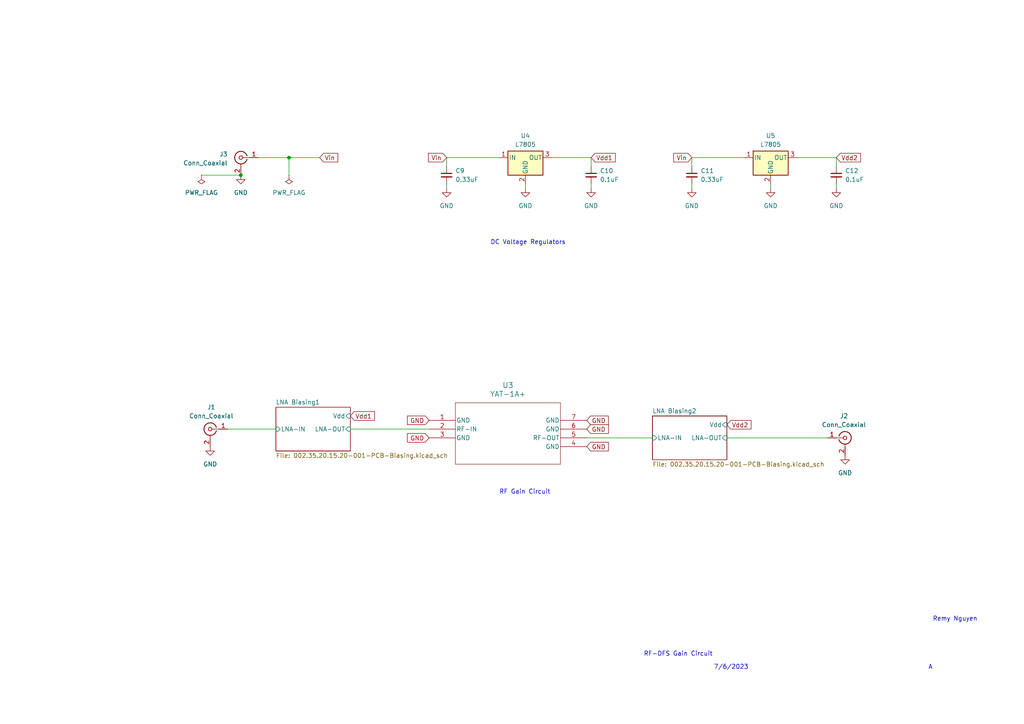
<source format=kicad_sch>
(kicad_sch (version 20230121) (generator eeschema)
  (paper "A4")
  (lib_symbols
    (symbol "Connector:Conn_Coaxial" (pin_names (offset 1.016) hide)
      (property "Reference" "J" (at 0.254 3.048 0))
      (property "Value" "Conn_Coaxial" (at 2.921 0 90))
      (symbol "Conn_Coaxial_0_1"
        (arc (start -1.778 -0.508) (mid 0.2311 -1.8066) (end 1.778 0) (stroke (width 0.254)))
        (polyline (pts (xy -2.54 0) (xy -0.508 0)))
        (polyline (pts (xy 0 -2.54) (xy 0 -1.778)))
        (circle (center 0 0) (radius 0.508) (stroke (width 0.2032)))
        (arc (start 1.778 0) (mid 0.2099 1.8101) (end -1.778 0.508) (stroke (width 0.254)))
      )
      (symbol "Conn_Coaxial_1_1"
        (pin passive line (at -5.08 0 0) (length 2.54) (name "In") (number "1"))
        (pin passive line (at 0 -5.08 90) (length 2.54) (name "Ext") (number "2"))
      )
    )
    (symbol "Device:C_Small" (pin_numbers hide) (pin_names (offset 0.254) hide)
      (property "Reference" "C" (at 0.254 1.778 0))
      (property "Value" "C_Small" (at 0.254 -2.032 0))
      (symbol "C_Small_0_1"
        (polyline (pts (xy -1.524 -0.508) (xy 1.524 -0.508)) (stroke (width 0.3302)))
        (polyline (pts (xy -1.524 0.508) (xy 1.524 0.508)) (stroke (width 0.3048)))
      )
      (symbol "C_Small_1_1"
        (pin passive line (at 0 2.54 270) (length 2.032) (name "~") (number "1"))
        (pin passive line (at 0 -2.54 90) (length 2.032) (name "~") (number "2"))
      )
    )
    (symbol "Regulator_Linear:L7805" (pin_names (offset 0.254))
      (property "Reference" "U" (at -3.81 3.175 0))
      (property "Value" "L7805" (at 0 3.175 0))
      (symbol "L7805_0_1"
        (rectangle (start -5.08 1.905) (end 5.08 -5.08) (stroke (width 0.254)) (fill (type background)))
      )
      (symbol "L7805_1_1"
        (pin power_in line (at -7.62 0 0) (length 2.54) (name "IN") (number "1"))
        (pin power_in line (at 0 -7.62 90) (length 2.54) (name "GND") (number "2"))
        (pin power_out line (at 7.62 0 180) (length 2.54) (name "OUT") (number "3"))
      )
    )
    (symbol "YAT-1A+:YAT-1A+" (pin_names (offset 0.254))
      (property "Reference" "U" (at 22.86 10.16 0))
      (property "Value" "YAT-1A+" (at 22.86 7.62 0))
      (symbol "YAT-1A+_0_1"
        (polyline (pts (xy 7.62 -12.7) (xy 38.1 -12.7)) (stroke (width 0.127)))
        (polyline (pts (xy 7.62 5.08) (xy 7.62 -12.7)) (stroke (width 0.127)))
        (polyline (pts (xy 38.1 -12.7) (xy 38.1 5.08)) (stroke (width 0.127)))
        (polyline (pts (xy 38.1 5.08) (xy 7.62 5.08)) (stroke (width 0.127)))
        (pin input line (at 0 -2.54 0) (length 7.62) (name "RF-IN") (number "2"))
        (pin power_in line (at 45.72 -7.62 180) (length 7.62) (name "GND") (number "4"))
        (pin output line (at 45.72 -5.08 180) (length 7.62) (name "RF-OUT") (number "5"))
        (pin power_in line (at 45.72 -2.54 180) (length 7.62) (name "GND") (number "6"))
        (pin power_in line (at 45.72 0 180) (length 7.62) (name "GND") (number "7"))
      )
      (symbol "YAT-1A+_1_1"
        (pin power_in line (at 0 0 0) (length 7.62) (name "GND") (number "1"))
        (pin power_in line (at 0 -5.08 0) (length 7.62) (name "GND") (number "3"))
      )
    )
    (symbol "power:GND" (power) (pin_names (offset 0))
      (property "Value" "GND" (at 0 -3.81 0))
      (symbol "GND_0_1"
        (polyline (pts (xy 0 0) (xy 0 -1.27) (xy 1.27 -1.27) (xy 0 -2.54) (xy -1.27 -1.27) (xy 0 -1.27)))
      )
      (symbol "GND_1_1"
        (pin power_in line (at 0 0 270) (length 0) hide (name "GND") (number "1"))
      )
    )
    (symbol "power:PWR_FLAG" (power) (pin_numbers hide) (pin_names (offset 0) hide)
      (property "Value" "PWR_FLAG" (at 0 3.81 0))
      (symbol "PWR_FLAG_0_0"
        (pin power_out line (at 0 0 90) (length 0) (name "pwr") (number "1"))
      )
      (symbol "PWR_FLAG_0_1"
        (polyline (pts (xy 0 0) (xy 0 1.27) (xy -1.016 1.905) (xy 0 2.54) (xy 1.016 1.905) (xy 0 1.27)))
      )
    )
  )
  (junction (at 69.85 50.8))
  (junction (at 83.82 45.72))
  (wire (pts (xy 223.52 53.34) (xy 223.52 54.61)))
  (wire (pts (xy 200.66 48.26) (xy 200.66 45.72)))
  (wire (pts (xy 231.14 45.72) (xy 242.57 45.72)))
  (wire (pts (xy 152.4 53.34) (xy 152.4 54.61)))
  (wire (pts (xy 92.71 45.72) (xy 83.82 45.72)))
  (wire (pts (xy 66.04 124.46) (xy 80.01 124.46)))
  (wire (pts (xy 83.82 45.72) (xy 74.93 45.72)))
  (wire (pts (xy 129.54 48.26) (xy 129.54 45.72)))
  (wire (pts (xy 200.66 53.34) (xy 200.66 54.61)))
  (wire (pts (xy 200.66 45.72) (xy 215.9 45.72)))
  (wire (pts (xy 210.82 127) (xy 240.03 127)))
  (wire (pts (xy 83.82 45.72) (xy 83.82 50.8)))
  (wire (pts (xy 171.45 45.72) (xy 171.45 48.26)))
  (wire (pts (xy 242.57 53.34) (xy 242.57 54.61)))
  (wire (pts (xy 242.57 45.72) (xy 242.57 48.26)))
  (wire (pts (xy 171.45 53.34) (xy 171.45 54.61)))
  (wire (pts (xy 58.42 50.8) (xy 69.85 50.8)))
  (wire (pts (xy 129.54 53.34) (xy 129.54 54.61)))
  (wire (pts (xy 170.18 127) (xy 189.23 127)))
  (wire (pts (xy 101.6 124.46) (xy 124.46 124.46)))
  (wire (pts (xy 160.02 45.72) (xy 171.45 45.72)))
  (wire (pts (xy 129.54 45.72) (xy 144.78 45.72)))
  (text "RF-DFS Gain Circuit" (at 186.69 190.5 0) (effects (font (size 1.27 1.27)) (justify left bottom)))
  (text "7/6/2023" (at 207.01 194.31 0) (effects (font (size 1.27 1.27)) (justify left bottom)))
  (text "Remy Nguyen" (at 270.51 180.34 0) (effects (font (size 1.27 1.27)) (justify left bottom)))
  (text "A" (at 269.24 194.31 0) (effects (font (size 1.27 1.27)) (justify left bottom)))
  (text "RF Gain Circuit" (at 144.78 143.51 0) (effects (font (size 1.27 1.27)) (justify left bottom)))
  (text "DC Voltage Regulators" (at 142.24 71.12 0) (effects (font (size 1.27 1.27)) (justify left bottom)))
  (global_label "GND" (shape input) (at 124.46 127 180) (property "Intersheetrefs" "${INTERSHEET_REFS}" (effects hide)))
  (global_label "Vdd1" (shape input) (at 171.45 45.72 0) (property "Intersheetrefs" "${INTERSHEET_REFS}" (effects hide)))
  (global_label "GND" (shape input) (at 170.18 121.92 0) (property "Intersheetrefs" "${INTERSHEET_REFS}" (effects hide)))
  (global_label "Vdd1" (shape input) (at 101.6 120.65 0) (property "Intersheetrefs" "${INTERSHEET_REFS}" (effects hide)))
  (global_label "Vdd2" (shape input) (at 242.57 45.72 0) (property "Intersheetrefs" "${INTERSHEET_REFS}" (effects hide)))
  (global_label "Vin" (shape input) (at 92.71 45.72 0) (property "Intersheetrefs" "${INTERSHEET_REFS}" (effects hide)))
  (global_label "Vin" (shape input) (at 129.54 45.72 180) (property "Intersheetrefs" "${INTERSHEET_REFS}" (effects hide)))
  (global_label "Vin" (shape input) (at 200.66 45.72 180) (property "Intersheetrefs" "${INTERSHEET_REFS}" (effects hide)))
  (global_label "Vdd2" (shape input) (at 210.82 123.19 0) (property "Intersheetrefs" "${INTERSHEET_REFS}" (effects hide)))
  (global_label "GND" (shape input) (at 170.18 129.54 0) (property "Intersheetrefs" "${INTERSHEET_REFS}" (effects hide)))
  (global_label "GND" (shape input) (at 124.46 121.92 180) (property "Intersheetrefs" "${INTERSHEET_REFS}" (effects hide)))
  (global_label "GND" (shape input) (at 170.18 124.46 0) (property "Intersheetrefs" "${INTERSHEET_REFS}" (effects hide)))
  (symbol (lib_id "Device:C_Small") (at 242.57 50.8 0) (unit 1)
    (property "Reference" "C12" (at 245.11 49.5363 0) (effects (justify left)))
    (property "Value" "0.1uF" (at 245.11 52.0763 0) (effects (justify left)))
    (property "Footprint" "Capacitor_SMD:C_0402_1005Metric" (effects hide))
  )
  (symbol (lib_id "power:GND") (at 152.4 54.61 0) (unit 1)
    (property "Reference" "#PWR09" (effects hide))
    (property "Value" "GND" (at 152.4 59.69 0))
  )
  (symbol (lib_id "power:GND") (at 245.11 132.08 0) (mirror y) (unit 1)
    (property "Reference" "#PWR017" (effects hide))
    (property "Value" "GND" (at 245.11 137.16 0))
  )
  (symbol (lib_id "power:GND") (at 129.54 54.61 0) (unit 1)
    (property "Reference" "#PWR010" (effects hide))
    (property "Value" "GND" (at 129.54 59.69 0))
  )
  (symbol (lib_id "Regulator_Linear:L7805") (at 223.52 45.72 0) (unit 1)
    (property "Reference" "U5" (at 223.52 39.37 0))
    (property "Value" "L7805" (at 223.52 41.91 0))
    (property "Footprint" "Package_TO_SOT_SMD:TO-263-2" (effects hide))
    (property "Datasheet" "http://www.st.com/content/ccc/resource/technical/document/datasheet/41/4f/b3/b0/12/d4/47/88/CD00000444.pdf/files/CD00000444.pdf/jcr:content/translations/en.CD00000444.pdf" (effects hide))
  )
  (symbol (lib_id "Connector:Conn_Coaxial") (at 69.85 45.72 0) (mirror y) (unit 1)
    (property "Reference" "J3" (at 66.04 44.7432 0) (effects (justify left)))
    (property "Value" "Conn_Coaxial" (at 66.04 47.2832 0) (effects (justify left)))
    (property "Footprint" "Connector_Coaxial:SMA_Molex_73251-1153_EdgeMount_Horizontal" (effects hide))
    (property "Datasheet" " ~" (effects hide))
  )
  (symbol (lib_id "power:GND") (at 171.45 54.61 0) (unit 1)
    (property "Reference" "#PWR011" (effects hide))
    (property "Value" "GND" (at 171.45 59.69 0))
  )
  (symbol (lib_id "power:GND") (at 223.52 54.61 0) (unit 1)
    (property "Reference" "#PWR013" (effects hide))
    (property "Value" "GND" (at 223.52 59.69 0))
  )
  (symbol (lib_id "Regulator_Linear:L7805") (at 152.4 45.72 0) (unit 1)
    (property "Reference" "U4" (at 152.4 39.37 0))
    (property "Value" "L7805" (at 152.4 41.91 0))
    (property "Footprint" "Package_TO_SOT_SMD:TO-263-2" (effects hide))
    (property "Datasheet" "http://www.st.com/content/ccc/resource/technical/document/datasheet/41/4f/b3/b0/12/d4/47/88/CD00000444.pdf/files/CD00000444.pdf/jcr:content/translations/en.CD00000444.pdf" (effects hide))
  )
  (symbol (lib_id "Device:C_Small") (at 200.66 50.8 0) (unit 1)
    (property "Reference" "C11" (at 203.2 49.5363 0) (effects (justify left)))
    (property "Value" "0.33uF" (at 203.2 52.0763 0) (effects (justify left)))
    (property "Footprint" "Capacitor_SMD:C_0402_1005Metric" (effects hide))
  )
  (symbol (lib_id "Device:C_Small") (at 171.45 50.8 0) (unit 1)
    (property "Reference" "C10" (at 173.99 49.5363 0) (effects (justify left)))
    (property "Value" "0.1uF" (at 173.99 52.0763 0) (effects (justify left)))
    (property "Footprint" "Capacitor_SMD:C_0402_1005Metric" (effects hide))
  )
  (symbol (lib_id "power:GND") (at 69.85 50.8 0) (unit 1)
    (property "Reference" "#PWR015" (effects hide))
    (property "Value" "GND" (at 69.85 55.88 0))
  )
  (symbol (lib_id "Device:C_Small") (at 129.54 50.8 0) (unit 1)
    (property "Reference" "C9" (at 132.08 49.5363 0) (effects (justify left)))
    (property "Value" "0.33uF" (at 132.08 52.0763 0) (effects (justify left)))
    (property "Footprint" "Capacitor_SMD:C_0402_1005Metric" (effects hide))
  )
  (symbol (lib_id "YAT-1A+:YAT-1A+") (at 124.46 121.92 0) (unit 1)
    (property "Reference" "U3" (at 147.32 111.76 0) (effects (font (size 1.524 1.524))))
    (property "Value" "YAT-1A+" (at 147.32 114.3 0) (effects (font (size 1.524 1.524))))
    (property "Footprint" "Imports:MC1630_MNC" (effects hide))
    (property "Datasheet" "YAT-1A+" (effects hide))
  )
  (symbol (lib_id "power:GND") (at 242.57 54.61 0) (unit 1)
    (property "Reference" "#PWR014" (effects hide))
    (property "Value" "GND" (at 242.57 59.69 0))
  )
  (symbol (lib_id "Connector:Conn_Coaxial") (at 60.96 124.46 0) (mirror y) (unit 1)
    (property "Reference" "J1" (at 61.2774 118.11 0))
    (property "Value" "Conn_Coaxial" (at 61.2774 120.65 0))
    (property "Footprint" "Connector_Coaxial:SMA_Molex_73251-1153_EdgeMount_Horizontal" (effects hide))
    (property "Datasheet" " ~" (effects hide))
  )
  (symbol (lib_id "Connector:Conn_Coaxial") (at 245.11 127 0) (unit 1)
    (property "Reference" "J2" (at 244.7926 120.65 0))
    (property "Value" "Conn_Coaxial" (at 244.7926 123.19 0))
    (property "Footprint" "Connector_Coaxial:SMA_Molex_73251-1153_EdgeMount_Horizontal" (effects hide))
    (property "Datasheet" " ~" (effects hide))
  )
  (symbol (lib_id "power:PWR_FLAG") (at 83.82 50.8 180) (unit 1)
    (property "Reference" "#FLG01" (effects hide))
    (property "Value" "PWR_FLAG" (at 83.82 55.88 0))
  )
  (symbol (lib_id "power:PWR_FLAG") (at 58.42 50.8 180) (unit 1)
    (property "Reference" "#FLG02" (effects hide))
    (property "Value" "PWR_FLAG" (at 58.42 55.88 0))
  )
  (symbol (lib_id "power:GND") (at 200.66 54.61 0) (unit 1)
    (property "Reference" "#PWR012" (effects hide))
    (property "Value" "GND" (at 200.66 59.69 0))
  )
  (symbol (lib_id "power:GND") (at 60.96 129.54 0) (unit 1)
    (property "Reference" "#PWR04" (effects hide))
    (property "Value" "GND" (at 60.96 134.62 0))
  )
  (sheet (at 80.01 118.11) (size 21.59 12.7) (stroke (width 0.1524))
    (property "Sheetname" "LNA Biasing1" (at 80.01 117.3984 0) (effects (justify left bottom)))
    (property "Sheetfile" "002.35.20.15.20-001-PCB-Biasing.kicad_sch" (at 80.01 131.3946 0) (effects (justify left top)))
    (pin "LNA-OUT" input (at 101.6 124.46 0))
    (pin "LNA-IN" input (at 80.01 124.46 180))
    (pin "Vdd" input (at 101.6 120.65 0))
  )
  (sheet (at 189.23 120.65) (size 21.59 12.7) (stroke (width 0.1524))
    (property "Sheetname" "LNA Biasing2" (at 189.23 119.9384 0) (effects (justify left bottom)))
    (property "Sheetfile" "002.35.20.15.20-001-PCB-Biasing.kicad_sch" (at 189.23 133.9346 0) (effects (justify left top)))
    (pin "LNA-OUT" input (at 210.82 127 0))
    (pin "LNA-IN" input (at 189.23 127 180))
    (pin "Vdd" input (at 210.82 123.19 0))
  )
)
</source>
